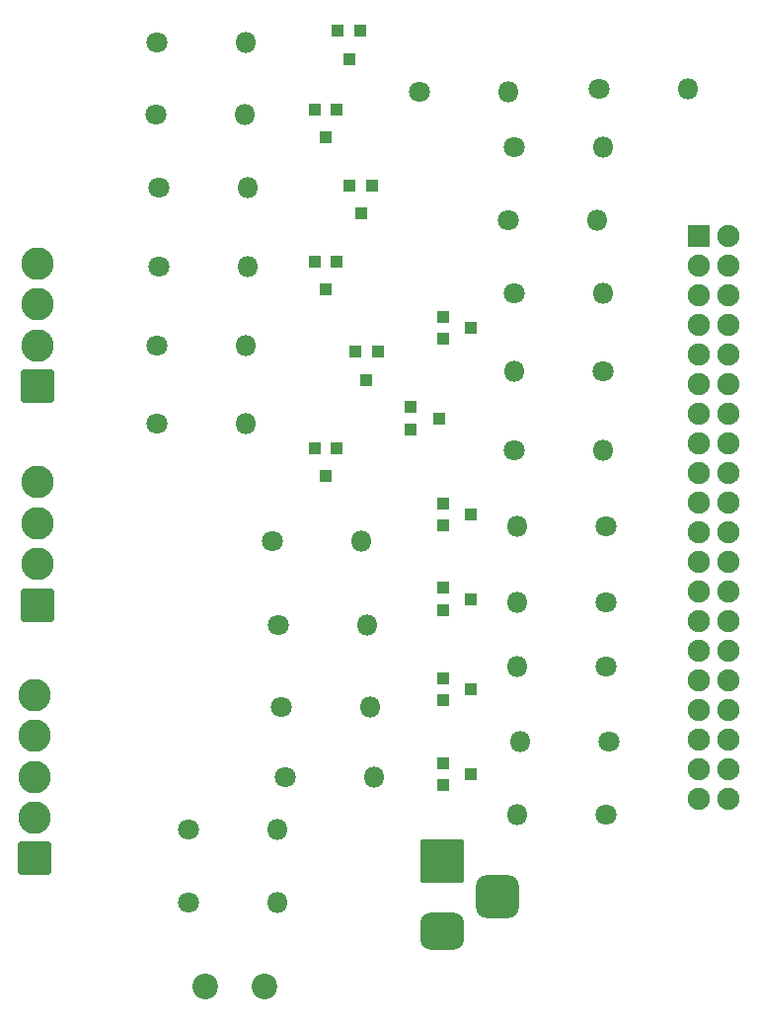
<source format=gbr>
%TF.GenerationSoftware,KiCad,Pcbnew,(6.0.2-0)*%
%TF.CreationDate,2022-04-11T12:52:23+09:00*%
%TF.ProjectId,reTProject,72655450-726f-46a6-9563-742e6b696361,rev?*%
%TF.SameCoordinates,Original*%
%TF.FileFunction,Soldermask,Top*%
%TF.FilePolarity,Negative*%
%FSLAX46Y46*%
G04 Gerber Fmt 4.6, Leading zero omitted, Abs format (unit mm)*
G04 Created by KiCad (PCBNEW (6.0.2-0)) date 2022-04-11 12:52:23*
%MOMM*%
%LPD*%
G01*
G04 APERTURE LIST*
G04 Aperture macros list*
%AMRoundRect*
0 Rectangle with rounded corners*
0 $1 Rounding radius*
0 $2 $3 $4 $5 $6 $7 $8 $9 X,Y pos of 4 corners*
0 Add a 4 corners polygon primitive as box body*
4,1,4,$2,$3,$4,$5,$6,$7,$8,$9,$2,$3,0*
0 Add four circle primitives for the rounded corners*
1,1,$1+$1,$2,$3*
1,1,$1+$1,$4,$5*
1,1,$1+$1,$6,$7*
1,1,$1+$1,$8,$9*
0 Add four rect primitives between the rounded corners*
20,1,$1+$1,$2,$3,$4,$5,0*
20,1,$1+$1,$4,$5,$6,$7,0*
20,1,$1+$1,$6,$7,$8,$9,0*
20,1,$1+$1,$8,$9,$2,$3,0*%
G04 Aperture macros list end*
%ADD10RoundRect,0.100000X-0.450000X-0.400000X0.450000X-0.400000X0.450000X0.400000X-0.450000X0.400000X0*%
%ADD11C,1.800000*%
%ADD12O,1.800000X1.800000*%
%ADD13RoundRect,0.100000X1.300000X-1.300000X1.300000X1.300000X-1.300000X1.300000X-1.300000X-1.300000X0*%
%ADD14C,2.800000*%
%ADD15RoundRect,0.100000X-0.400000X0.450000X-0.400000X-0.450000X0.400000X-0.450000X0.400000X0.450000X0*%
%ADD16RoundRect,0.100000X1.750000X-1.750000X1.750000X1.750000X-1.750000X1.750000X-1.750000X-1.750000X0*%
%ADD17RoundRect,0.850000X1.000000X-0.750000X1.000000X0.750000X-1.000000X0.750000X-1.000000X-0.750000X0*%
%ADD18RoundRect,0.975000X0.875000X-0.875000X0.875000X0.875000X-0.875000X0.875000X-0.875000X-0.875000X0*%
%ADD19C,2.200000*%
%ADD20RoundRect,0.100000X-0.850000X-0.850000X0.850000X-0.850000X0.850000X0.850000X-0.850000X0.850000X0*%
%ADD21O,1.900000X1.900000*%
G04 APERTURE END LIST*
D10*
%TO.C,Q7*%
X111300000Y-76050000D03*
X111300000Y-77950000D03*
X113700000Y-77000000D03*
%TD*%
D11*
%TO.C,R20*%
X117440000Y-61500000D03*
D12*
X125060000Y-61500000D03*
%TD*%
D11*
%TO.C,R16*%
X125310000Y-94000000D03*
D12*
X117690000Y-94000000D03*
%TD*%
D13*
%TO.C,J2*%
X76500000Y-100750000D03*
D14*
X76500000Y-97250000D03*
X76500000Y-93750000D03*
X76500000Y-90250000D03*
%TD*%
D10*
%TO.C,Q11*%
X111300000Y-107050000D03*
X111300000Y-108950000D03*
X113700000Y-108000000D03*
%TD*%
D11*
%TO.C,R19*%
X125310000Y-106000000D03*
D12*
X117690000Y-106000000D03*
%TD*%
D11*
%TO.C,R21*%
X125560000Y-112500000D03*
D12*
X117940000Y-112500000D03*
%TD*%
D15*
%TO.C,Q5*%
X105700000Y-79050000D03*
X103800000Y-79050000D03*
X104750000Y-81450000D03*
%TD*%
D11*
%TO.C,R12*%
X89440000Y-126250000D03*
D12*
X97060000Y-126250000D03*
%TD*%
D10*
%TO.C,Q12*%
X111300000Y-114300000D03*
X111300000Y-116200000D03*
X113700000Y-115250000D03*
%TD*%
D15*
%TO.C,Q2*%
X102200000Y-58300000D03*
X100300000Y-58300000D03*
X101250000Y-60700000D03*
%TD*%
D11*
%TO.C,R11*%
X89500000Y-120000000D03*
D12*
X97120000Y-120000000D03*
%TD*%
D10*
%TO.C,Q8*%
X108550000Y-83800000D03*
X108550000Y-85700000D03*
X110950000Y-84750000D03*
%TD*%
D15*
%TO.C,Q3*%
X105200000Y-64800000D03*
X103300000Y-64800000D03*
X104250000Y-67200000D03*
%TD*%
D16*
%TO.C,J4*%
X111250000Y-122750000D03*
D17*
X111250000Y-128750000D03*
D18*
X115950000Y-125750000D03*
%TD*%
D15*
%TO.C,Q4*%
X102200000Y-71300000D03*
X100300000Y-71300000D03*
X101250000Y-73700000D03*
%TD*%
D11*
%TO.C,R23*%
X124690000Y-56500000D03*
D12*
X132310000Y-56500000D03*
%TD*%
D11*
%TO.C,R8*%
X97190000Y-102500000D03*
D12*
X104810000Y-102500000D03*
%TD*%
D11*
%TO.C,R15*%
X117440000Y-74000000D03*
D12*
X125060000Y-74000000D03*
%TD*%
D13*
%TO.C,J1*%
X76250000Y-122500000D03*
D14*
X76250000Y-119000000D03*
X76250000Y-115500000D03*
X76250000Y-112000000D03*
X76250000Y-108500000D03*
%TD*%
D10*
%TO.C,Q9*%
X111300000Y-92050000D03*
X111300000Y-93950000D03*
X113700000Y-93000000D03*
%TD*%
D15*
%TO.C,Q6*%
X102200000Y-87300000D03*
X100300000Y-87300000D03*
X101250000Y-89700000D03*
%TD*%
D13*
%TO.C,J3*%
X76545000Y-82000000D03*
D14*
X76545000Y-78500000D03*
X76545000Y-75000000D03*
X76545000Y-71500000D03*
%TD*%
D11*
%TO.C,R14*%
X125060000Y-80750000D03*
D12*
X117440000Y-80750000D03*
%TD*%
D11*
%TO.C,R9*%
X97440000Y-109500000D03*
D12*
X105060000Y-109500000D03*
%TD*%
D11*
%TO.C,R5*%
X86750000Y-78500000D03*
D12*
X94370000Y-78500000D03*
%TD*%
D11*
%TO.C,R4*%
X86940000Y-71750000D03*
D12*
X94560000Y-71750000D03*
%TD*%
D11*
%TO.C,R18*%
X125310000Y-100500000D03*
D12*
X117690000Y-100500000D03*
%TD*%
D19*
%TO.C,F1*%
X96000000Y-133500000D03*
X90920000Y-133490000D03*
%TD*%
D11*
%TO.C,R13*%
X117440000Y-87500000D03*
D12*
X125060000Y-87500000D03*
%TD*%
D20*
%TO.C,J5*%
X133225000Y-69125000D03*
D21*
X135765000Y-69125000D03*
X133225000Y-71665000D03*
X135765000Y-71665000D03*
X133225000Y-74205000D03*
X135765000Y-74205000D03*
X133225000Y-76745000D03*
X135765000Y-76745000D03*
X133225000Y-79285000D03*
X135765000Y-79285000D03*
X133225000Y-81825000D03*
X135765000Y-81825000D03*
X133225000Y-84365000D03*
X135765000Y-84365000D03*
X133225000Y-86905000D03*
X135765000Y-86905000D03*
X133225000Y-89445000D03*
X135765000Y-89445000D03*
X133225000Y-91985000D03*
X135765000Y-91985000D03*
X133225000Y-94525000D03*
X135765000Y-94525000D03*
X133225000Y-97065000D03*
X135765000Y-97065000D03*
X133225000Y-99605000D03*
X135765000Y-99605000D03*
X133225000Y-102145000D03*
X135765000Y-102145000D03*
X133225000Y-104685000D03*
X135765000Y-104685000D03*
X133225000Y-107225000D03*
X135765000Y-107225000D03*
X133225000Y-109765000D03*
X135765000Y-109765000D03*
X133225000Y-112305000D03*
X135765000Y-112305000D03*
X133225000Y-114845000D03*
X135765000Y-114845000D03*
X133225000Y-117385000D03*
X135765000Y-117385000D03*
%TD*%
D15*
%TO.C,Q1*%
X104200000Y-51550000D03*
X102300000Y-51550000D03*
X103250000Y-53950000D03*
%TD*%
D11*
%TO.C,R6*%
X86750000Y-85250000D03*
D12*
X94370000Y-85250000D03*
%TD*%
D11*
%TO.C,R24*%
X125310000Y-118750000D03*
D12*
X117690000Y-118750000D03*
%TD*%
D11*
%TO.C,R10*%
X97750000Y-115500000D03*
D12*
X105370000Y-115500000D03*
%TD*%
D11*
%TO.C,R3*%
X86940000Y-65000000D03*
D12*
X94560000Y-65000000D03*
%TD*%
D11*
%TO.C,R7*%
X96690000Y-95250000D03*
D12*
X104310000Y-95250000D03*
%TD*%
D11*
%TO.C,R2*%
X86690000Y-58750000D03*
D12*
X94310000Y-58750000D03*
%TD*%
D11*
%TO.C,R1*%
X86750000Y-52500000D03*
D12*
X94370000Y-52500000D03*
%TD*%
D10*
%TO.C,Q10*%
X111300000Y-99300000D03*
X111300000Y-101200000D03*
X113700000Y-100250000D03*
%TD*%
D11*
%TO.C,R17*%
X116940000Y-67750000D03*
D12*
X124560000Y-67750000D03*
%TD*%
D11*
%TO.C,R22*%
X109250000Y-56750000D03*
D12*
X116870000Y-56750000D03*
%TD*%
M02*

</source>
